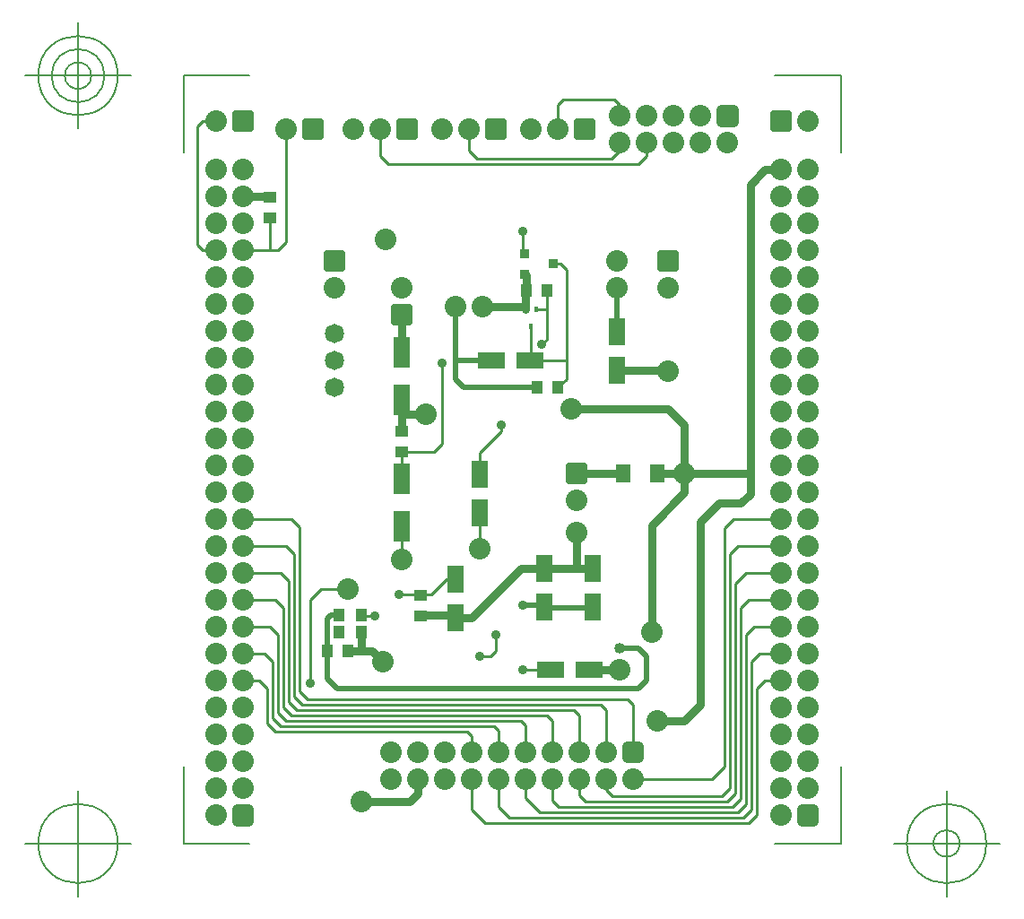
<source format=gbr>
G04 Generated by Ultiboard 13.0 *
%FSLAX25Y25*%
%MOIN*%

%ADD10C,0.00001*%
%ADD11C,0.03000*%
%ADD12C,0.02000*%
%ADD13C,0.01000*%
%ADD14C,0.00500*%
%ADD15C,0.08000*%
%ADD16C,0.03500*%
%ADD17R,0.06000X0.06000*%
%ADD18C,0.02000*%
%ADD19R,0.01402X0.02283*%
%ADD20R,0.03543X0.03543*%
%ADD21C,0.04000*%
%ADD22R,0.06496X0.10433*%
%ADD23R,0.10433X0.06496*%
%ADD24R,0.04331X0.04724*%
%ADD25R,0.05500X0.07100*%
%ADD26R,0.04000X0.05000*%
%ADD27R,0.05000X0.04000*%
%ADD28R,0.04083X0.04083*%
%ADD29C,0.03917*%
%ADD30R,0.06299X0.11811*%
%ADD31C,0.07166*%


G04 ColorRGB 00FF00 for the following layer *
%LNCopper Top*%
%LPD*%
G54D10*
G54D11*
X351000Y183000D02*
X368200Y183000D01*
X316000Y245000D02*
X332000Y245000D01*
X332031Y244150D02*
X332031Y250831D01*
X332200Y251000D02*
X332200Y256745D01*
X227000Y286000D02*
X236800Y286000D01*
X366000Y221300D02*
X384700Y221300D01*
X427000Y296000D02*
X421000Y296000D01*
X385000Y207000D02*
X391000Y201000D01*
X421000Y296000D02*
X415500Y290500D01*
X380800Y183000D02*
X415500Y183000D01*
X415500Y175500D02*
X415500Y290500D01*
X415500Y175500D02*
X412000Y172000D01*
X397000Y97000D02*
X391000Y91000D01*
X382000Y91000D01*
X355700Y110000D02*
X366000Y110000D01*
X378800Y124200D02*
X379000Y124000D01*
X312000Y129300D02*
X306000Y129300D01*
X305000Y130300D02*
X293100Y130300D01*
X305000Y130300D02*
X306000Y129300D01*
X270811Y117365D02*
X270811Y124027D01*
X279000Y113000D02*
X275000Y117000D01*
X275000Y117000D02*
X265900Y117000D01*
X312000Y129300D02*
X330400Y147700D01*
X339000Y147700D02*
X357000Y147700D01*
X351000Y161000D02*
X351000Y148000D01*
X330350Y147650D02*
X338950Y147650D01*
X289000Y61000D02*
X292000Y64000D01*
X292000Y69400D01*
X271000Y61000D02*
X289000Y61000D01*
X391000Y176000D02*
X378800Y163800D01*
X378800Y124200D01*
X391000Y176000D02*
X391000Y201000D01*
X404000Y172000D02*
X397000Y165000D01*
X412000Y172000D02*
X404000Y172000D01*
X397000Y165000D02*
X397000Y97000D01*
X349000Y207000D02*
X385000Y207000D01*
X286000Y198800D02*
X286000Y210542D01*
X295000Y205000D02*
X287000Y205000D01*
X286000Y204000D01*
X286000Y242000D02*
X286000Y228258D01*
G54D12*
X336200Y215000D02*
X309000Y215000D01*
X306000Y218000D01*
X306000Y245000D01*
X319300Y225000D02*
X306000Y225000D01*
X366000Y237381D02*
X366000Y252000D01*
X262544Y130326D02*
X259544Y130326D01*
X258200Y128983D01*
X258200Y106800D02*
X262000Y103000D01*
X258200Y106800D02*
X258200Y128983D01*
X374000Y103000D02*
X377000Y106000D01*
X262000Y103000D02*
X374000Y103000D01*
X377000Y115000D02*
X374000Y118000D01*
X377000Y106000D02*
X377000Y115000D01*
X359006Y133118D02*
X338306Y133118D01*
X331000Y134000D02*
X337424Y134000D01*
X338306Y133118D01*
X374000Y118000D02*
X367000Y118000D01*
G54D13*
X347150Y218250D02*
X343900Y215000D01*
X333700Y225000D02*
X347150Y225000D01*
X334000Y237850D02*
X334000Y225300D01*
X333700Y225000D01*
X347150Y258850D02*
X347150Y218250D01*
X339900Y232900D02*
X339900Y251000D01*
X339900Y232900D02*
X338000Y231000D01*
X335969Y244150D02*
X339850Y244150D01*
X331685Y264740D02*
X331000Y265425D01*
X342315Y261000D02*
X345000Y261000D01*
X347150Y258850D01*
X331000Y265425D02*
X331000Y273000D01*
X323000Y201000D02*
X323000Y198700D01*
X315000Y190700D02*
X315000Y182700D01*
X323000Y198700D02*
X315000Y190700D01*
X243000Y311000D02*
X243000Y269000D01*
X227000Y266000D02*
X240000Y266000D01*
X243000Y269000D02*
X240000Y266000D01*
X237000Y278100D02*
X237000Y266000D01*
X365100Y322000D02*
X367100Y320000D01*
X367100Y316000D01*
X344000Y320000D02*
X346000Y322000D01*
X344000Y311000D02*
X344000Y320000D01*
X346000Y322000D02*
X365100Y322000D01*
X311000Y303000D02*
X314000Y300000D01*
X311000Y311000D02*
X311000Y303000D01*
X364100Y300000D02*
X367100Y303000D01*
X367100Y306000D01*
X314000Y300000D02*
X364100Y300000D01*
X377100Y301000D02*
X377100Y306000D01*
X374100Y298000D02*
X377100Y301000D01*
X278000Y301000D02*
X281000Y298000D01*
X278000Y311000D02*
X278000Y301000D01*
X281000Y298000D02*
X374100Y298000D01*
X332000Y62400D02*
X332000Y69400D01*
X342000Y61400D02*
X342000Y69400D01*
X427000Y146000D02*
X414000Y146000D01*
X364400Y63000D02*
X362000Y65400D01*
X362000Y69400D01*
X421000Y106000D02*
X418000Y103000D01*
X427000Y106000D02*
X421000Y106000D01*
X419000Y116000D02*
X416000Y113000D01*
X427000Y116000D02*
X419000Y116000D01*
X427000Y126000D02*
X417000Y126000D01*
X414000Y123000D01*
X354400Y61000D02*
X352000Y63400D01*
X352000Y69400D01*
X344400Y59000D02*
X342000Y61400D01*
X337400Y57000D02*
X332000Y62400D01*
X322000Y59000D02*
X322000Y69400D01*
X326000Y55000D02*
X322000Y59000D01*
X312000Y58000D02*
X312000Y69400D01*
X317000Y53000D02*
X312000Y58000D01*
X415000Y136000D02*
X412000Y133000D01*
X427000Y136000D02*
X415000Y136000D01*
X418000Y56000D02*
X415000Y53000D01*
X418000Y103000D02*
X418000Y56000D01*
X415000Y53000D02*
X317000Y53000D01*
X416000Y58000D02*
X413000Y55000D01*
X416000Y113000D02*
X416000Y58000D01*
X326000Y55000D02*
X413000Y55000D01*
X414000Y60000D02*
X411000Y57000D01*
X337400Y57000D01*
X414000Y123000D02*
X414000Y60000D01*
X412000Y62000D02*
X409000Y59000D01*
X344400Y59000D01*
X412000Y133000D02*
X412000Y62000D01*
X414000Y146000D02*
X410000Y142000D01*
X410000Y64000D02*
X407000Y61000D01*
X410000Y142000D02*
X410000Y64000D01*
X407000Y61000D02*
X354400Y61000D01*
X408000Y66000D02*
X405000Y63000D01*
X364400Y63000D01*
X411000Y156000D02*
X408000Y153000D01*
X427000Y156000D02*
X411000Y156000D01*
X408000Y153000D02*
X408000Y66000D01*
X409293Y166000D02*
X406000Y162707D01*
X427000Y166000D02*
X409293Y166000D01*
X406000Y74000D02*
X401400Y69400D01*
X372000Y69400D01*
X406000Y162707D02*
X406000Y74000D01*
X233000Y106000D02*
X236000Y103000D01*
X227000Y106000D02*
X233000Y106000D01*
X322000Y87400D02*
X322000Y79400D01*
X312000Y85400D02*
X312000Y79400D01*
X332000Y89400D02*
X332000Y79400D01*
X342000Y91000D02*
X342000Y79400D01*
X239000Y136000D02*
X242000Y133000D01*
X227000Y136000D02*
X239000Y136000D01*
X235000Y116000D02*
X238000Y113000D01*
X227000Y116000D02*
X235000Y116000D01*
X237000Y126000D02*
X240000Y123000D01*
X227000Y126000D02*
X237000Y126000D01*
X227000Y156000D02*
X243000Y156000D01*
X241000Y146000D02*
X244000Y143000D01*
X227000Y146000D02*
X241000Y146000D01*
X243000Y156000D02*
X246000Y153000D01*
X352000Y93000D02*
X352000Y79400D01*
X362000Y95000D02*
X362000Y79400D01*
X245000Y166000D02*
X248000Y163000D01*
X245000Y166000D02*
X227000Y166000D01*
X372000Y97000D02*
X372000Y79400D01*
X315000Y155000D02*
X315000Y168300D01*
X310400Y87000D02*
X312000Y85400D01*
X320400Y89000D02*
X322000Y87400D01*
X330400Y91000D02*
X332000Y89400D01*
X340000Y93000D02*
X342000Y91000D01*
X350000Y95000D02*
X352000Y93000D01*
X360000Y97000D02*
X362000Y95000D01*
X370000Y99000D02*
X372000Y97000D01*
X236000Y90000D02*
X239000Y87000D01*
X236000Y103000D02*
X236000Y90000D01*
X239000Y87000D02*
X310400Y87000D01*
X238000Y92000D02*
X241000Y89000D01*
X320400Y89000D01*
X238000Y113000D02*
X238000Y92000D01*
X240000Y94000D02*
X243000Y91000D01*
X240000Y123000D02*
X240000Y94000D01*
X243000Y91000D02*
X330400Y91000D01*
X242000Y96000D02*
X245000Y93000D01*
X242000Y133000D02*
X242000Y96000D01*
X245000Y93000D02*
X340000Y93000D01*
X244000Y98000D02*
X247000Y95000D01*
X350000Y95000D01*
X244000Y143000D02*
X244000Y98000D01*
X246000Y100000D02*
X249000Y97000D01*
X360000Y97000D01*
X246000Y153000D02*
X246000Y100000D01*
X248000Y102000D02*
X251000Y99000D01*
X248000Y163000D02*
X248000Y102000D01*
X341300Y110000D02*
X331000Y110000D01*
X285000Y138000D02*
X297000Y138000D01*
X302700Y143700D02*
X306000Y143700D01*
X297000Y138000D02*
X302700Y143700D01*
X321000Y123000D02*
X321000Y117000D01*
X319000Y115000D01*
X315000Y115000D01*
X251000Y99000D02*
X370000Y99000D01*
X266000Y140000D02*
X256000Y140000D01*
X252000Y136000D01*
X252000Y105000D01*
X276000Y130000D02*
X271138Y130000D01*
X270811Y130326D01*
X212000Y266000D02*
X217000Y266000D01*
X212000Y266000D02*
X210000Y268000D01*
X210000Y312000D02*
X212000Y314000D01*
X217000Y314000D01*
X210000Y268000D02*
X210000Y312000D01*
X301000Y224000D02*
X301000Y194000D01*
X298100Y191100D01*
X286000Y191100D01*
X286000Y181258D02*
X286000Y191100D01*
X286000Y151000D02*
X286000Y163542D01*
G54D14*
X205000Y45535D02*
X205000Y74082D01*
X205000Y45535D02*
X229413Y45535D01*
X449126Y45535D02*
X424713Y45535D01*
X449126Y45535D02*
X449126Y74082D01*
X449126Y331000D02*
X449126Y302454D01*
X449126Y331000D02*
X424713Y331000D01*
X205000Y331000D02*
X229413Y331000D01*
X205000Y331000D02*
X205000Y302454D01*
X185315Y45535D02*
X145945Y45535D01*
X165630Y25850D02*
X165630Y65220D01*
X150866Y45535D02*
G75*
D01*
G02X150866Y45535I14764J0*
G01*
X468811Y45535D02*
X508181Y45535D01*
X488496Y25850D02*
X488496Y65220D01*
X473732Y45535D02*
G75*
D01*
G02X473732Y45535I14764J0*
G01*
X483575Y45535D02*
G75*
D01*
G02X483575Y45535I4921J0*
G01*
X185315Y331000D02*
X145945Y331000D01*
X165630Y311315D02*
X165630Y350685D01*
X150866Y331000D02*
G75*
D01*
G02X150866Y331000I14764J0*
G01*
X155787Y331000D02*
G75*
D01*
G02X155787Y331000I9843J0*
G01*
X160709Y331000D02*
G75*
D01*
G02X160709Y331000I4921J0*
G01*
G54D15*
X391000Y183000D03*
X295000Y205000D03*
X349000Y207000D03*
X306000Y245000D03*
X316000Y245000D03*
X366000Y252000D03*
X366000Y262000D03*
X315000Y155000D03*
X217000Y314000D03*
X385000Y221000D03*
X243000Y311000D03*
X261000Y252000D03*
X385000Y252000D03*
X278000Y311000D03*
X268000Y311000D03*
X351000Y173000D03*
X311000Y311000D03*
X301000Y311000D03*
X344000Y311000D03*
X334000Y311000D03*
X381000Y91000D03*
X367000Y110000D03*
X379000Y124000D03*
X351000Y161000D03*
X279000Y113000D03*
X266000Y140000D03*
X342000Y79400D03*
X352000Y79400D03*
X362000Y79400D03*
X322000Y79400D03*
X332000Y79400D03*
X312000Y79400D03*
X372000Y69400D03*
X342000Y69400D03*
X352000Y69400D03*
X362000Y69400D03*
X322000Y69400D03*
X332000Y69400D03*
X312000Y69400D03*
X292000Y79400D03*
X302000Y79400D03*
X282000Y79400D03*
X292000Y69400D03*
X302000Y69400D03*
X282000Y69400D03*
X387100Y306000D03*
X387100Y316000D03*
X407100Y306000D03*
X397100Y306000D03*
X397100Y316000D03*
X367100Y316000D03*
X367100Y306000D03*
X377100Y306000D03*
X377100Y316000D03*
X227000Y146000D03*
X217000Y146000D03*
X227000Y86000D03*
X217000Y86000D03*
X227000Y66000D03*
X227000Y76000D03*
X217000Y56000D03*
X217000Y66000D03*
X217000Y76000D03*
X227000Y116000D03*
X227000Y96000D03*
X227000Y106000D03*
X227000Y126000D03*
X227000Y136000D03*
X217000Y116000D03*
X217000Y106000D03*
X217000Y96000D03*
X217000Y136000D03*
X217000Y126000D03*
X227000Y276000D03*
X217000Y276000D03*
X227000Y216000D03*
X217000Y216000D03*
X227000Y206000D03*
X227000Y176000D03*
X227000Y156000D03*
X227000Y166000D03*
X227000Y196000D03*
X227000Y186000D03*
X217000Y166000D03*
X217000Y156000D03*
X217000Y176000D03*
X217000Y196000D03*
X217000Y186000D03*
X217000Y206000D03*
X227000Y236000D03*
X227000Y226000D03*
X227000Y256000D03*
X227000Y246000D03*
X227000Y266000D03*
X217000Y246000D03*
X217000Y226000D03*
X217000Y236000D03*
X217000Y256000D03*
X217000Y266000D03*
X227000Y286000D03*
X227000Y296000D03*
X217000Y286000D03*
X217000Y296000D03*
X427000Y56000D03*
X427000Y66000D03*
X437000Y66000D03*
X427000Y76000D03*
X437000Y76000D03*
X427000Y86000D03*
X437000Y86000D03*
X427000Y96000D03*
X437000Y96000D03*
X437000Y146000D03*
X427000Y146000D03*
X437000Y116000D03*
X437000Y106000D03*
X437000Y126000D03*
X437000Y136000D03*
X427000Y116000D03*
X427000Y106000D03*
X427000Y136000D03*
X427000Y126000D03*
X437000Y276000D03*
X427000Y276000D03*
X437000Y216000D03*
X427000Y216000D03*
X437000Y206000D03*
X437000Y176000D03*
X437000Y156000D03*
X437000Y166000D03*
X437000Y196000D03*
X437000Y186000D03*
X427000Y166000D03*
X427000Y156000D03*
X427000Y176000D03*
X427000Y196000D03*
X427000Y186000D03*
X427000Y206000D03*
X437000Y236000D03*
X437000Y226000D03*
X437000Y256000D03*
X437000Y246000D03*
X437000Y266000D03*
X427000Y246000D03*
X427000Y226000D03*
X427000Y236000D03*
X427000Y256000D03*
X427000Y266000D03*
X437000Y286000D03*
X437000Y296000D03*
X427000Y286000D03*
X427000Y296000D03*
X437000Y314000D03*
X271000Y61000D03*
X280000Y270000D03*
X286000Y151000D03*
X286000Y252000D03*
G54D16*
X338000Y231000D03*
X331000Y273000D03*
X323000Y201000D03*
X276000Y130000D03*
X331000Y110000D03*
X285000Y138000D03*
X321000Y123000D03*
X315000Y115000D03*
X252000Y105000D03*
X331000Y134000D03*
X301000Y224000D03*
G54D17*
X227000Y314000D03*
X253000Y311000D03*
X261000Y262000D03*
X385000Y262000D03*
X288000Y311000D03*
X351000Y183000D03*
X321000Y311000D03*
X354000Y311000D03*
X427000Y314000D03*
X286000Y242000D03*
G54D18*
X224000Y311000D02*
X230000Y311000D01*
X230000Y317000D01*
X224000Y317000D01*
X224000Y311000D01*D02*
X250000Y308000D02*
X256000Y308000D01*
X256000Y314000D01*
X250000Y314000D01*
X250000Y308000D01*D02*
X258000Y259000D02*
X264000Y259000D01*
X264000Y265000D01*
X258000Y265000D01*
X258000Y259000D01*D02*
X382000Y259000D02*
X388000Y259000D01*
X388000Y265000D01*
X382000Y265000D01*
X382000Y259000D01*D02*
X285000Y308000D02*
X291000Y308000D01*
X291000Y314000D01*
X285000Y314000D01*
X285000Y308000D01*D02*
X348000Y180000D02*
X354000Y180000D01*
X354000Y186000D01*
X348000Y186000D01*
X348000Y180000D01*D02*
X318000Y308000D02*
X324000Y308000D01*
X324000Y314000D01*
X318000Y314000D01*
X318000Y308000D01*D02*
X351000Y308000D02*
X357000Y308000D01*
X357000Y314000D01*
X351000Y314000D01*
X351000Y308000D01*D02*
X424000Y311000D02*
X430000Y311000D01*
X430000Y317000D01*
X424000Y317000D01*
X424000Y311000D01*D02*
X283000Y239000D02*
X289000Y239000D01*
X289000Y245000D01*
X283000Y245000D01*
X283000Y239000D01*D02*
G54D19*
X335969Y244150D03*
X332031Y244150D03*
X334000Y237850D03*
G54D20*
X331685Y264740D03*
X342315Y261000D03*
X331685Y257260D03*
G54D21*
X367000Y118000D03*
G54D22*
X315000Y168300D03*
X315000Y182700D03*
X306000Y129300D03*
X306000Y143700D03*
X366000Y221300D03*
X366000Y235700D03*
X339000Y133300D03*
X339000Y147700D03*
X357000Y133300D03*
X357000Y147700D03*
G54D23*
X341300Y110000D03*
X355700Y110000D03*
X319300Y225000D03*
X333700Y225000D03*
G54D24*
X262544Y124027D03*
X270811Y124027D03*
X262544Y130326D03*
X270811Y130326D03*
G54D25*
X368200Y183000D03*
X380800Y183000D03*
G54D26*
X258200Y117000D03*
X265900Y117000D03*
X336200Y215000D03*
X343900Y215000D03*
X332200Y251000D03*
X339900Y251000D03*
G54D27*
X293000Y130200D03*
X293000Y137900D03*
X237000Y285800D03*
X237000Y278100D03*
X286000Y191100D03*
X286000Y198800D03*
G54D28*
X372000Y79400D03*
X407100Y316000D03*
X227000Y56000D03*
X437000Y56000D03*
G54D29*
X369959Y77359D02*
X374041Y77359D01*
X374041Y81441D01*
X369959Y81441D01*
X369959Y77359D01*D02*
X405059Y313959D02*
X409141Y313959D01*
X409141Y318041D01*
X405059Y318041D01*
X405059Y313959D01*D02*
X224959Y53959D02*
X229041Y53959D01*
X229041Y58041D01*
X224959Y58041D01*
X224959Y53959D01*D02*
X434959Y53959D02*
X439041Y53959D01*
X439041Y58041D01*
X434959Y58041D01*
X434959Y53959D01*D02*
G54D30*
X286000Y163542D03*
X286000Y181258D03*
X286000Y210542D03*
X286000Y228258D03*
G54D31*
X261000Y215000D03*
X261000Y235000D03*
X261000Y225000D03*

M02*

</source>
